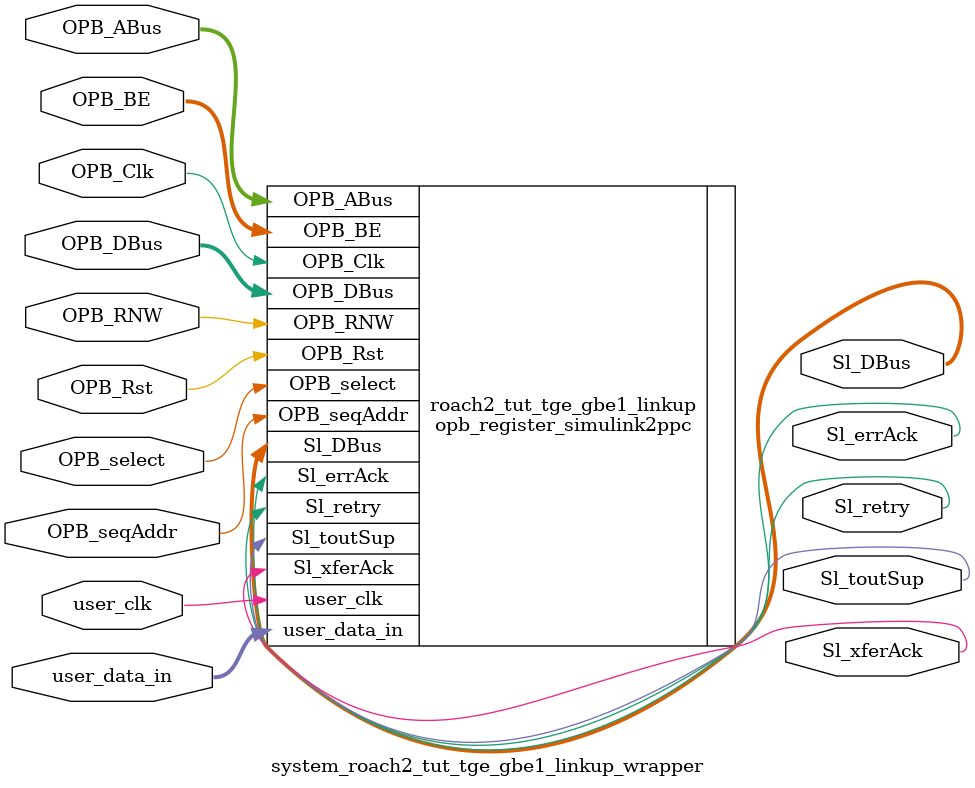
<source format=v>

module system_roach2_tut_tge_gbe1_linkup_wrapper
  (
    OPB_Clk,
    OPB_Rst,
    Sl_DBus,
    Sl_errAck,
    Sl_retry,
    Sl_toutSup,
    Sl_xferAck,
    OPB_ABus,
    OPB_BE,
    OPB_DBus,
    OPB_RNW,
    OPB_select,
    OPB_seqAddr,
    user_data_in,
    user_clk
  );
  input OPB_Clk;
  input OPB_Rst;
  output [0:31] Sl_DBus;
  output Sl_errAck;
  output Sl_retry;
  output Sl_toutSup;
  output Sl_xferAck;
  input [0:31] OPB_ABus;
  input [0:3] OPB_BE;
  input [0:31] OPB_DBus;
  input OPB_RNW;
  input OPB_select;
  input OPB_seqAddr;
  input [31:0] user_data_in;
  input user_clk;

  opb_register_simulink2ppc
    #(
      .C_BASEADDR ( 32'h01100300 ),
      .C_HIGHADDR ( 32'h011003FF ),
      .C_OPB_AWIDTH ( 32 ),
      .C_OPB_DWIDTH ( 32 ),
      .C_FAMILY ( "virtex6" )
    )
    roach2_tut_tge_gbe1_linkup (
      .OPB_Clk ( OPB_Clk ),
      .OPB_Rst ( OPB_Rst ),
      .Sl_DBus ( Sl_DBus ),
      .Sl_errAck ( Sl_errAck ),
      .Sl_retry ( Sl_retry ),
      .Sl_toutSup ( Sl_toutSup ),
      .Sl_xferAck ( Sl_xferAck ),
      .OPB_ABus ( OPB_ABus ),
      .OPB_BE ( OPB_BE ),
      .OPB_DBus ( OPB_DBus ),
      .OPB_RNW ( OPB_RNW ),
      .OPB_select ( OPB_select ),
      .OPB_seqAddr ( OPB_seqAddr ),
      .user_data_in ( user_data_in ),
      .user_clk ( user_clk )
    );

endmodule


</source>
